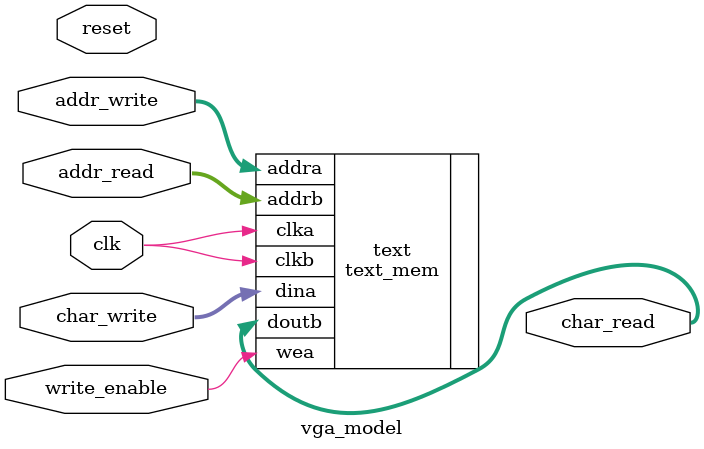
<source format=v>
`timescale 1ns / 1ps


module vga_model #(parameter h_disp = 1280,
                             v_disp = 1024,
                   localparam x_limit = h_disp / 8,
                              y_limit = v_disp / 8,
                              addr_width = $clog2(x_limit * y_limit)) (
    input clk,
    input reset,
    input [addr_width - 1 : 0] addr_write,
    input write_enable,
    input [7:0] char_write,
    input [addr_width - 1 : 0] addr_read,
    output [7:0] char_read
    );

    // Simple dual port BRAM
    // ena/enb is set to `always enable'
    text_mem text (
        // Write
        .clka  ( clk          ),
        .addra ( addr_write   ),
        .dina  ( char_write   ),
        .wea   ( write_enable ),
        // Read
        .clkb  ( clk          ),
        .addrb ( addr_read    ),
        .doutb ( char_read    )
    );

endmodule

</source>
